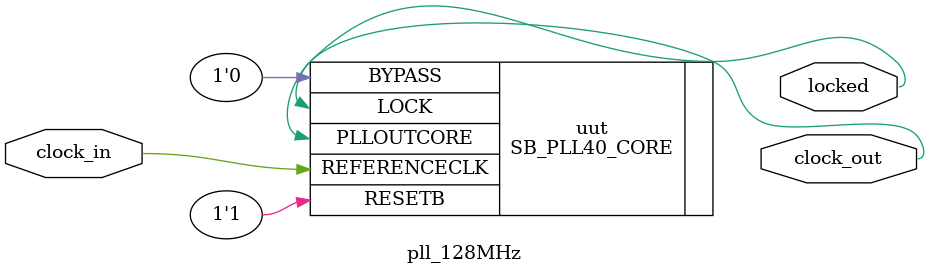
<source format=v>
/**
 * PLL configuration
 *
 * This Verilog module was generated automatically
 * using the icepll tool from the IceStorm project.
 * Use at your own risk.
 *
 * Given input frequency:        12.000 MHz
 * Requested output frequency:  128.000 MHz
 * Achieved output frequency:   127.500 MHz
 */

module pll_128MHz(
	input  clock_in,
	output clock_out,
	output locked
	);

SB_PLL40_CORE #(
		.FEEDBACK_PATH("SIMPLE"),
		.DIVR(4'b0000),		// DIVR =  0
		.DIVF(7'b1010100),	// DIVF = 84
		.DIVQ(3'b011),		// DIVQ =  3
		.FILTER_RANGE(3'b001)	// FILTER_RANGE = 1
	) uut (
		.LOCK(locked),
		.RESETB(1'b1),
		.BYPASS(1'b0),
		.REFERENCECLK(clock_in),
		.PLLOUTCORE(clock_out)
		);

endmodule

</source>
